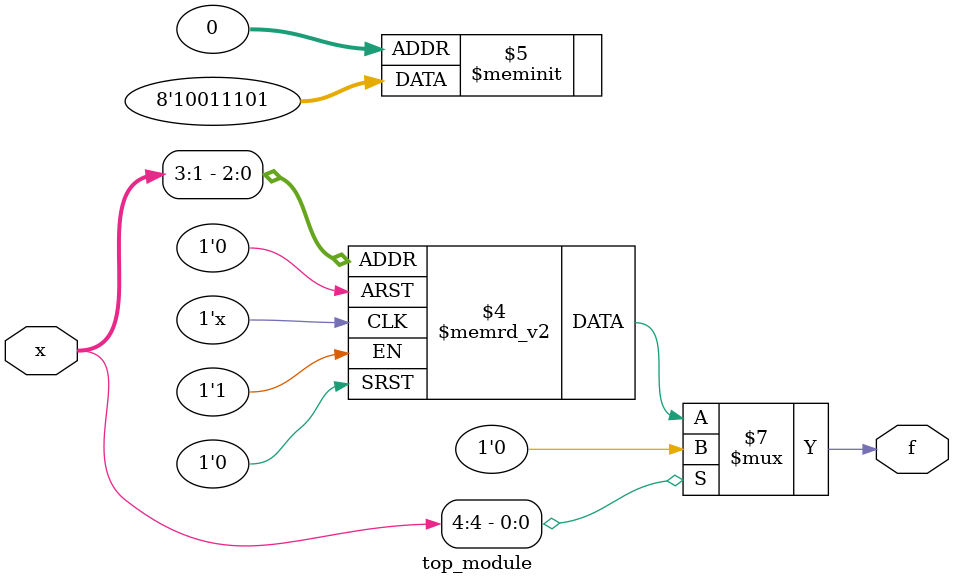
<source format=sv>
module top_module (
  input [4:1] x,
  output logic f
);
  always_comb begin
    case(x)
      4'b0000: f = 1'b1;
      4'b0001: f = 1'b0;
      4'b0011: f = 1'b1;
      4'b0010: f = 1'b1;
      4'b0110: f = 1'b0;
      4'b0111: f = 1'b1;
      4'b0101: f = 1'b0;
      4'b0100: f = 1'b1;
      default: f = 1'b0;
    endcase
  end
endmodule

</source>
